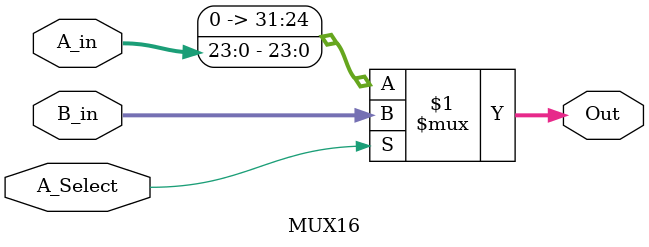
<source format=v>
/****************************************************************************************
 MODULE:        Sub Level Multiplexer Block

 FILE NAME:    mux16.v
 VERSION:    1.0
 DATE:        September 28th, 2001
 AUTHOR:        Hossein Amidi
 COMPANY:    California Unique Electrical Co.
 CODE TYPE:    Register Transfer Level

 Instantiations:
 
 DESCRIPTION:
 Sub Level RTL Multiplexer block

 Hossein Amidi
 (C) September 2001
 California Unique Electric

***************************************************************************************/
 
`timescale 1ns / 1ps

module MUX16 # (
    parameter DataWidth = 32,
              AddrWidth = 24
) (
    input [AddrWidth - 1 : 0] A_in,
    input [DataWidth - 1 : 0] B_in,
    input A_Select,

    output [DataWidth - 1 : 0]  Out
);

assign Out = A_Select ? B_in : {8'b0, A_in};

endmodule

</source>
